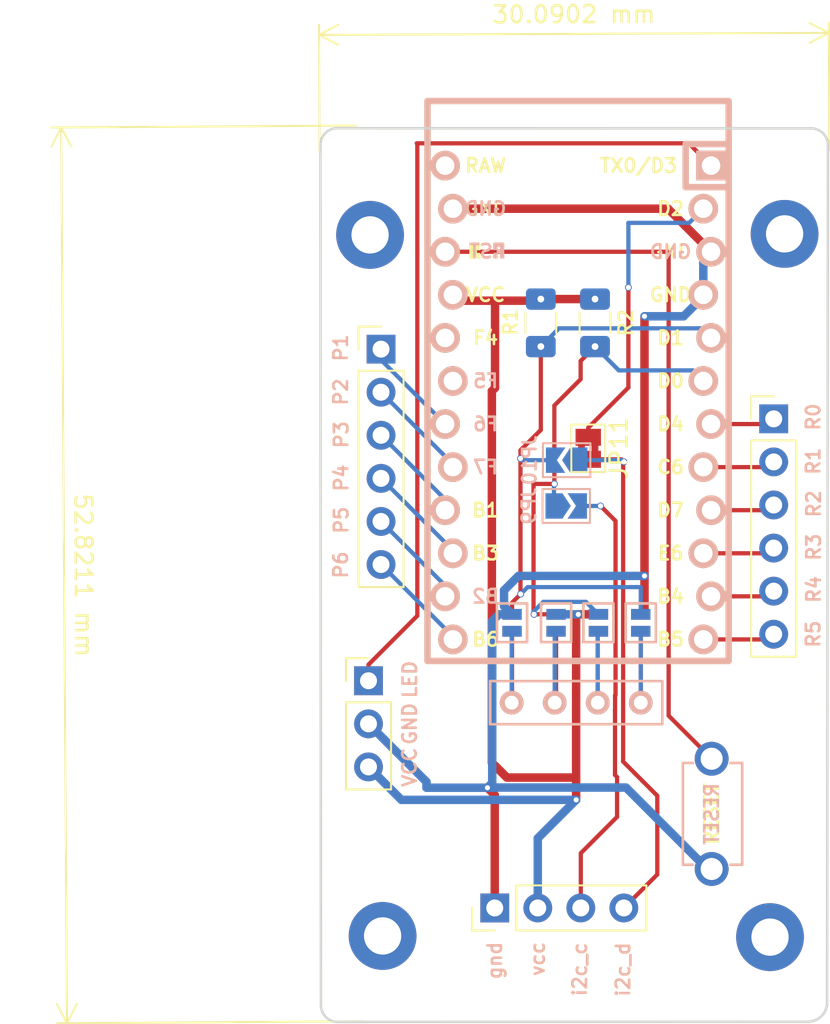
<source format=kicad_pcb>
(kicad_pcb (version 20211014) (generator pcbnew)
  (title_block (title "phoenix") (date "2022-12-31") (rev "v1.0.0") (company "Feencks"))
  (layers (0 "F.Cu" signal) (31 "B.Cu" signal) (34 "B.Paste" user) (35 "F.Paste" user) (36 "B.SilkS" user "B.Silkscreen") (37 "F.SilkS" user "F.Silkscreen") (38 "B.Mask" user) (39 "F.Mask" user) (44 "Edge.Cuts" user))
  (net 0 "")
  (net 1 "P1")
  (net 2 "GND")
  (net 3 "P2")
  (net 4 "P3")
  (net 5 "P4")
  (net 6 "P5")
  (net 7 "P6")
  (net 8 "VCC")
  (net 9 "LED")
  (net 10 "row0")
  (net 11 "row1")
  (net 12 "row2")
  (net 13 "row3")
  (net 14 "row4")
  (net 15 "data")
  (net 16 "SDA")
  (net 17 "SCL")
  (net 18 "RESET")
  (net 19 "Net-(J3-Pad1)")
  (net 20 "Net-(J3-Pad2)")
  (net 21 "Net-(J3-Pad3)")
  (net 22 "Net-(J3-Pad4)")
  (net 23 "/i2c_c")
  (net 24 "/i2c_d")
  (net 25 "ENCA")
  (net 26 "ENCB")
  (net 27 "row5")
  (footprint "SofleKeyboard-footprint:Jumper" (layer "F.Cu") (at 256.94 114.01481 90)
    (fp_text reference "JP3" hide)
    (fp_text value "Jumper_NO_Small" hide)
    (pad "1" smd rect locked (at -0.50038 0 90) (size 0.635 1.143) (layers "F.Cu" "F.Paste" "F.Mask") (net 20 "Net-(J3-Pad2)") (clearance 0.1905))
    (pad "2" smd rect locked (at 0.50038 0 90) (size 0.635 1.143) (layers "F.Cu" "F.Paste" "F.Mask") (net 8 "VCC") (clearance 0.1905))
  )
  (footprint "SofleKeyboard-footprint:R_1206_DoubleSided" (layer "F.Cu") (at 253.54 96.32481 -90)
    (fp_text reference "R1" (at -0.039272 1.798035 90) (layer "F.SilkS") (effects (font (size 0.8 0.8))))
    (fp_text value "R")
    (pad "1" thru_hole roundrect locked (at -1.4 0 270) (size 1.25 1.75) (drill 0.4) (layers F&B.Cu *.Mask) (roundrect_rratio 0.2) (net 8 "VCC"))
    (pad "1" smd roundrect locked (at -1.4 0 270) (size 1.25 1.75) (layers "B.Cu" "B.Paste" "B.Mask") (roundrect_rratio 0.2) (net 8 "VCC"))
    (pad "2" thru_hole roundrect locked (at 1.4 0 270) (size 1.25 1.75) (drill 0.4) (layers *.Cu *.Mask) (roundrect_rratio 0.2) (net 16 "SDA"))
    (pad "2" smd roundrect locked (at 1.4 0 270) (size 1.25 1.75) (layers "B.Cu" "B.Paste" "B.Mask") (roundrect_rratio 0.2) (net 16 "SDA"))
  )
  (footprint "SofleKeyboard-footprint:Jumper" (layer "F.Cu") (at 251.84 114.01481 90)
    (fp_text reference "JP1" hide)
    (fp_text value "Jumper_NO_Small" hide)
    (pad "1" smd rect locked (at -0.50038 0 90) (size 0.635 1.143) (layers "F.Cu" "F.Paste" "F.Mask") (net 22 "Net-(J3-Pad4)") (clearance 0.1905))
    (pad "2" smd rect locked (at 0.50038 0 90) (size 0.635 1.143) (layers "F.Cu" "F.Paste" "F.Mask") (net 16 "SDA") (clearance 0.1905))
  )
  (footprint "SofleKeyboard-footprint:R_1206_DoubleSided" (layer "F.Cu") (at 256.74 96.32481 -90)
    (fp_text reference "R2" (at 0 -1.82 90) (layer "F.SilkS") (effects (font (size 0.8 0.8))))
    (fp_text value "R")
    (pad "1" thru_hole roundrect locked (at -1.4 0 270) (size 1.25 1.75) (drill 0.4) (layers F&B.Cu *.Mask) (roundrect_rratio 0.2) (net 8 "VCC"))
    (pad "1" smd roundrect locked (at -1.4 0 270) (size 1.25 1.75) (layers "B.Cu" "B.Paste" "B.Mask") (roundrect_rratio 0.2) (net 8 "VCC"))
    (pad "2" thru_hole roundrect locked (at 1.4 0 270) (size 1.25 1.75) (drill 0.4) (layers *.Cu *.Mask) (roundrect_rratio 0.2) (net 17 "SCL"))
    (pad "2" smd roundrect locked (at 1.4 0 270) (size 1.25 1.75) (layers "B.Cu" "B.Paste" "B.Mask") (roundrect_rratio 0.2) (net 17 "SCL"))
  )
  (footprint "Connector_PinHeader_2.54mm:PinHeader_1x04_P2.54mm_Vertical" (layer "F.Cu") (at 250.82 130.83 90)
    (fp_text reference "REF**" hide)
    (fp_text value "PinHeader_1x04_P2.54mm_Vertical" hide)
    (pad "1" thru_hole rect (at 0 0 90) (size 1.7 1.7) (drill 1) (layers F&B.Cu *.Mask) (net 2 "GND"))
    (pad "2" thru_hole oval (at 0 2.54 90) (size 1.7 1.7) (drill 1) (layers F&B.Cu *.Mask) (net 8 "VCC"))
    (pad "3" thru_hole oval (at 0 5.08 90) (size 1.7 1.7) (drill 1) (layers F&B.Cu *.Mask) (net 23 "/i2c_c"))
    (pad "4" thru_hole oval (at 0 7.62 90) (size 1.7 1.7) (drill 1) (layers F&B.Cu *.Mask) (net 24 "/i2c_d"))
  )
  (footprint "clipboard:96af8100-1464-42f1-aae6-ff50987e6e0f" (layer "F.Cu") (at 245.9075 112.3775)
    (fp_text reference "" (at 0 0) (layer "F.SilkS") (effects (font (size 1.27 1.27))))
    (fp_text value "" (at 0 0) (layer "F.SilkS") (effects (font (size 1.27 1.27))))
    (pad "1" thru_hole rect (at -1.8 -14.5) (size 1.7 1.7) (drill 1) (layers F&B.Cu *.Mask) (net 1 "P1"))
    (pad "2" thru_hole oval (at -1.8 -11.96) (size 1.7 1.7) (drill 1) (layers F&B.Cu *.Mask) (net 3 "P2"))
    (pad "3" thru_hole oval (at -1.8 -9.42) (size 1.7 1.7) (drill 1) (layers F&B.Cu *.Mask) (net 4 "P3"))
    (pad "4" thru_hole oval (at -1.8 -6.88) (size 1.7 1.7) (drill 1) (layers F&B.Cu *.Mask) (net 5 "P4"))
    (pad "5" thru_hole oval (at -1.8 -4.34) (size 1.7 1.7) (drill 1) (layers F&B.Cu *.Mask) (net 6 "P5"))
    (pad "6" thru_hole oval (at -1.8 -1.8) (size 1.7 1.7) (drill 1) (layers F&B.Cu *.Mask) (net 7 "P6"))
  )
  (footprint "SofleKeyboard-footprint:Jumper" (layer "F.Cu") (at 254.44 114.01481 90)
    (fp_text reference "JP2" hide)
    (fp_text value "Jumper_NO_Small" hide)
    (pad "1" smd rect locked (at -0.50038 0 90) (size 0.635 1.143) (layers "F.Cu" "F.Paste" "F.Mask") (net 21 "Net-(J3-Pad3)") (clearance 0.1905))
    (pad "2" smd rect locked (at 0.50038 0 90) (size 0.635 1.143) (layers "F.Cu" "F.Paste" "F.Mask") (net 17 "SCL") (clearance 0.1905))
  )
  (footprint "SofleKeyboard-footprint:Jumper" (layer "F.Cu") (at 259.44 114.01481 90)
    (fp_text reference "JP4" hide)
    (fp_text value "Jumper_NO_Small" hide)
    (pad "1" smd rect locked (at -0.50038 0 90) (size 0.635 1.143) (layers "F.Cu" "F.Paste" "F.Mask") (net 19 "Net-(J3-Pad1)") (clearance 0.1905))
    (pad "2" smd rect locked (at 0.50038 0 90) (size 0.635 1.143) (layers "F.Cu" "F.Paste" "F.Mask") (net 2 "GND") (clearance 0.1905))
  )
  (footprint "clipboard:295c9c2a-a1cf-4c6b-8a89-5f5d398e086c" (layer "F.Cu") (at 245.1675 124.2825)
    (fp_text reference "" (at 0 0) (layer "F.SilkS") (effects (font (size 1.27 1.27))))
    (fp_text value "" (at 0 0) (layer "F.SilkS") (effects (font (size 1.27 1.27))))
    (pad "1" thru_hole rect (at -1.8 -6.85) (size 1.7 1.7) (drill 1) (layers F&B.Cu *.Mask) (net 9 "LED"))
    (pad "2" thru_hole oval (at -1.8 -4.31) (size 1.7 1.7) (drill 1) (layers F&B.Cu *.Mask) (net 2 "GND"))
    (pad "3" thru_hole oval (at -1.8 -1.77) (size 1.7 1.7) (drill 1) (layers F&B.Cu *.Mask) (net 8 "VCC"))
  )
  (footprint "Jumper:SolderJumper-2_P1.3mm_Bridged2Bar_Pad1.0x1.5mm" (layer "F.Cu") (at 256.34 103.72481 -90)
    (fp_text reference "JP11" (at 0 -1.8 90) (layer "F.SilkS"))
    (fp_text value "Serial")
    (fp_poly (pts (xy -0.25 -0.6) (xy 0.25 -0.6) (xy 0.25 -0.2) (xy -0.25 -0.2)) (layer "F.Cu") (width 0) (fill solid))
    (fp_poly (pts (xy -0.25 0.2) (xy 0.25 0.2) (xy 0.25 0.6) (xy -0.25 0.6)) (layer "F.Cu") (width 0) (fill solid))
    (pad "1" smd rect locked (at -0.65 0 270) (size 1 1.5) (layers "F.Cu" "F.Mask") (net 15 "data"))
    (pad "2" smd rect locked (at 0.65 0 270) (size 1 1.5) (layers "F.Cu" "F.Mask") (net 24 "/i2c_d"))
  )
  (footprint "" (layer "F.Cu") (at 267.93 91.08)
    (fp_text reference "" (at 0 0) (layer "F.SilkS") (effects (font (size 1.27 1.27))))
    (fp_text value "" (at 0 0) (layer "F.SilkS") (effects (font (size 1.27 1.27))))
    (pad "" thru_hole circle locked (at 0 0 180) (size 4 4) (drill 2.2) (layers F&B.Cu *.Mask "Dwgs.User"))
  )
  (footprint "clipboard:96af8100-1464-42f1-aae6-ff50987e6e0f" (layer "F.Cu") (at 269.0875 116.4875)
    (fp_text reference "" (at 0 0) (layer "F.SilkS") (effects (font (size 1.27 1.27))))
    (fp_text value "" (at 0 0) (layer "F.SilkS") (effects (font (size 1.27 1.27))))
    (pad "1" thru_hole rect (at -1.8 -14.5) (size 1.7 1.7) (drill 1) (layers F&B.Cu *.Mask) (net 10 "row0"))
    (pad "2" thru_hole oval (at -1.8 -11.96) (size 1.7 1.7) (drill 1) (layers F&B.Cu *.Mask) (net 11 "row1"))
    (pad "3" thru_hole oval (at -1.8 -9.42) (size 1.7 1.7) (drill 1) (layers F&B.Cu *.Mask) (net 12 "row2"))
    (pad "4" thru_hole oval (at -1.8 -6.88) (size 1.7 1.7) (drill 1) (layers F&B.Cu *.Mask) (net 13 "row3"))
    (pad "5" thru_hole oval (at -1.8 -4.34) (size 1.7 1.7) (drill 1) (layers F&B.Cu *.Mask) (net 14 "row4"))
    (pad "6" thru_hole oval (at -1.8 -1.8) (size 1.7 1.7) (drill 1) (layers F&B.Cu *.Mask) (net 27 "row5"))
  )
  (footprint "" (layer "F.Cu") (at 243.46 91.14)
    (fp_text reference "" (at 0 0) (layer "F.SilkS") (effects (font (size 1.27 1.27))))
    (fp_text value "" (at 0 0) (layer "F.SilkS") (effects (font (size 1.27 1.27))))
    (pad "" thru_hole circle locked (at 0 0 180) (size 4 4) (drill 2.2) (layers F&B.Cu *.Mask "Dwgs.User"))
  )
  (footprint "SofleKeyboard-footprint:Jumper" (layer "B.Cu") (at 259.44 114.01481 90)
    (fp_text reference "JP8" hide)
    (fp_text value "Jumper_NO_Small" hide)
    (pad "1" smd rect locked (at -0.50038 0 90) (size 0.635 1.143) (layers "B.Cu" "B.Paste" "B.Mask") (net 19 "Net-(J3-Pad1)") (clearance 0.1905))
    (pad "2" smd rect locked (at 0.50038 0 90) (size 0.635 1.143) (layers "B.Cu" "B.Paste" "B.Mask") (net 16 "SDA") (clearance 0.1905))
  )
  (footprint "SofleKeyboard-footprint:M2_HOLE_PCB" (layer "B.Cu") (at 244.2 132.48 180)
    (fp_text reference "TH1" hide)
    (fp_text value "HOLE" hide)
    (pad "" thru_hole circle locked (at 0 0 180) (size 4 4) (drill 2.2) (layers F&B.Cu *.Mask "Dwgs.User"))
  )
  (footprint "SofleKeyboard-footprint:TACT_SWITCH_TVBP06" (layer "B.Cu") (at 263.625 125.282 90)
    (fp_text reference "RSW1" hide)
    (fp_text value "SW_RST" hide)
    (fp_text user "RESET" (at 0 0 90) (layer "B.SilkS") (effects (font (size 0.8 0.8)) (justify mirror)))
    (fp_text user "RESET" (at 0 0 90) (layer "F.SilkS") (effects (font (size 0.8 0.8))))
    (pad "1" thru_hole circle locked (at -3.25 0 90) (size 2 2) (drill 1.3) (layers F&B.Cu *.Mask) (net 2 "GND"))
    (pad "2" thru_hole circle locked (at 3.25 0 90) (size 2 2) (drill 1.3) (layers *.Cu *.Mask) (net 18 "RESET"))
  )
  (footprint "SofleKeyboard-footprint:ArduinoProMicro-ZigZag-DoubleSided" (layer "B.Cu") (at 255.74 101.02481 -90)
    (fp_text reference "U1" hide)
    (fp_text value "ProMicro" hide)
    (fp_text user "F7" (at 3.81 5.461) (layer "B.SilkS") (effects (font (size 0.8 0.8)) (justify mirror)))
    (fp_text user "ST" (at -8.92 5.73312) (layer "B.SilkS") (effects (font (size 0.8 0.8)) (justify mirror)))
    (fp_text user "GND" (at -8.89 -5.461) (layer "B.SilkS") (effects (font (size 0.8 0.8)) (justify mirror)))
    (fp_text user "F7" (at 3.81 5.461) (layer "B.SilkS") (effects (font (size 0.8 0.8)) (justify mirror)))
    (fp_text user "F5" (at -1.27 5.461) (layer "B.SilkS") (effects (font (size 0.8 0.8)) (justify mirror)))
    (fp_text user "ST" (at -8.92 5.73312) (layer "B.SilkS") (effects (font (size 0.8 0.8)) (justify mirror)))
    (fp_text user "F6" (at 1.27 5.461) (layer "B.SilkS") (effects (font (size 0.8 0.8)) (justify mirror)))
    (fp_text user "F5" (at -1.27 5.461) (layer "B.SilkS") (effects (font (size 0.8 0.8)) (justify mirror)))
    (fp_text user "F6" (at 1.27 5.461) (layer "B.SilkS") (effects (font (size 0.8 0.8)) (justify mirror)))
    (fp_text user "B2" (at 11.43 5.461) (layer "B.SilkS") (effects (font (size 0.8 0.8)) (justify mirror)))
    (fp_text user "GND" (at -11.43 5.461) (layer "B.SilkS") (effects (font (size 0.8 0.8)) (justify mirror)))
    (fp_text user "B2" (at 11.43 5.461) (layer "B.SilkS") (effects (font (size 0.8 0.8)) (justify mirror)))
    (fp_text user "B5" (at 13.97 -5.461) (layer "F.SilkS") (effects (font (size 0.8 0.8))))
    (fp_text user "GND" (at -6.35 -5.461) (layer "F.SilkS") (effects (font (size 0.8 0.8))))
    (fp_text user "GND" (at -6.35 -5.461) (layer "F.SilkS") (effects (font (size 0.8 0.8))))
    (fp_text user "GND" (at -8.89 -5.461) (layer "F.SilkS") (effects (font (size 0.8 0.8))))
    (fp_text user "C6" (at 3.81 -5.461) (layer "F.SilkS") (effects (font (size 0.8 0.8))))
    (fp_text user "VCC" (at -6.35 5.461) (layer "F.SilkS") (effects (font (size 0.8 0.8))))
    (fp_text user "TX0/D3" (at -13.97 -3.571872) (layer "F.SilkS") (effects (font (size 0.8 0.8))))
    (fp_text user "D7" (at 6.35 -5.461) (layer "F.SilkS") (effects (font (size 0.8 0.8))))
    (fp_text user "D7" (at 6.35 -5.461) (layer "F.SilkS") (effects (font (size 0.8 0.8))))
    (fp_text user "RAW" (at -13.97 5.461) (layer "F.SilkS") (effects (font (size 0.8 0.8))))
    (fp_text user "D0" (at -1.27 -5.461) (layer "F.SilkS") (effects (font (size 0.8 0.8))))
    (fp_text user "RAW" (at -13.97 5.461) (layer "F.SilkS") (effects (font (size 0.8 0.8))))
    (fp_text user "B4" (at 11.43 -5.461) (layer "F.SilkS") (effects (font (size 0.8 0.8))))
    (fp_text user "F4" (at -3.81 5.461) (layer "F.SilkS") (effects (font (size 0.8 0.8))))
    (fp_text user "B1" (at 6.35 5.461) (layer "F.SilkS") (effects (font (size 0.8 0.8))))
    (fp_text user "E6" (at 8.89 -5.461) (layer "F.SilkS") (effects (font (size 0.8 0.8))))
    (fp_text user "D2" (at -11.43 -5.461) (layer "F.SilkS") (effects (font (size 0.8 0.8))))
    (fp_text user "C6" (at 3.81 -5.461) (layer "F.SilkS") (effects (font (size 0.8 0.8))))
    (fp_text user "D4" (at 1.27 -5.461) (layer "F.SilkS") (effects (font (size 0.8 0.8))))
    (fp_text user "B4" (at 11.43 -5.461) (layer "F.SilkS") (effects (font (size 0.8 0.8))))
    (fp_text user "D4" (at 1.27 -5.461) (layer "F.SilkS") (effects (font (size 0.8 0.8))))
    (fp_text user "D2" (at -11.43 -5.461) (layer "F.SilkS") (effects (font (size 0.8 0.8))))
    (fp_text user "B3" (at 8.89 5.461) (layer "F.SilkS") (effects (font (size 0.8 0.8))))
    (fp_text user "E6" (at 8.89 -5.461) (layer "F.SilkS") (effects (font (size 0.8 0.8))))
    (fp_text user "D1" (at -3.81 -5.461) (layer "F.SilkS") (effects (font (size 0.8 0.8))))
    (fp_text user "D1" (at -3.81 -5.461) (layer "F.SilkS") (effects (font (size 0.8 0.8))))
    (fp_text user "GND" (at -11.43 5.461) (layer "F.SilkS") (effects (font (size 0.8 0.8))))
    (fp_text user "F4" (at -3.81 5.461) (layer "F.SilkS") (effects (font (size 0.8 0.8))))
    (fp_text user "B3" (at 8.89 5.461) (layer "F.SilkS") (effects (font (size 0.8 0.8))))
    (fp_text user "B6" (at 13.97 5.461) (layer "F.SilkS") (effects (font (size 0.8 0.8))))
    (fp_text user "B6" (at 13.97 5.461) (layer "F.SilkS") (effects (font (size 0.8 0.8))))
    (fp_text user "D0" (at -1.27 -5.461) (layer "F.SilkS") (effects (font (size 0.8 0.8))))
    (fp_text user "B1" (at 6.35 5.461) (layer "F.SilkS") (effects (font (size 0.8 0.8))))
    (fp_text user "B5" (at 13.97 -5.461) (layer "F.SilkS") (effects (font (size 0.8 0.8))))
    (fp_text user "VCC" (at -6.35 5.461) (layer "F.SilkS") (effects (font (size 0.8 0.8))))
    (fp_text user "TX0/D3" (at -13.97 -3.571872) (layer "F.SilkS") (effects (font (size 0.8 0.8))))
    (pad "1" thru_hole rect locked (at -13.97 -7.8486 270) (size 1.7526 1.7526) (drill 1.0922) (layers *.Cu *.SilkS *.Mask) (net 9 "LED"))
    (pad "2" thru_hole circle locked (at -11.43 -7.3914 270) (size 1.7526 1.7526) (drill 1.0922) (layers *.Cu *.SilkS *.Mask) (net 15 "data"))
    (pad "3" thru_hole circle locked (at -8.89 -7.8486 270) (size 1.7526 1.7526) (drill 1.0922) (layers F&B.Cu *.SilkS *.Mask) (net 2 "GND"))
    (pad "4" thru_hole circle locked (at -6.35 -7.3914 270) (size 1.7526 1.7526) (drill 1.0922) (layers F&B.Cu *.SilkS *.Mask) (net 2 "GND"))
    (pad "5" thru_hole circle locked (at -3.81 -7.8486 270) (size 1.7526 1.7526) (drill 1.0922) (layers *.Cu *.SilkS *.Mask) (net 16 "SDA"))
    (pad "6" thru_hole circle locked (at -1.27 -7.3914 270) (size 1.7526 1.7526) (drill 1.0922) (layers *.Cu *.SilkS *.Mask) (net 17 "SCL"))
    (pad "7" thru_hole circle locked (at 1.27 -7.8486 270) (size 1.7526 1.7526) (drill 1.0922) (layers *.Cu *.SilkS *.Mask) (net 10 "row0"))
    (pad "8" thru_hole circle locked (at 3.81 -7.3914 270) (size 1.7526 1.7526) (drill 1.0922) (layers *.Cu *.SilkS *.Mask) (net 11 "row1"))
    (pad "9" thru_hole circle locked (at 6.35 -7.8486 270) (size 1.7526 1.7526) (drill 1.0922) (layers *.Cu *.SilkS *.Mask) (net 12 "row2"))
    (pad "10" thru_hole circle locked (at 8.89 -7.3914 270) (size 1.7526 1.7526) (drill 1.0922) (layers *.Cu *.SilkS *.Mask) (net 13 "row3"))
    (pad "11" thru_hole circle locked (at 11.43 -7.8486 270) (size 1.7526 1.7526) (drill 1.0922) (layers *.Cu *.SilkS *.Mask) (net 14 "row4"))
    (pad "12" thru_hole circle locked (at 13.97 -7.3914 270) (size 1.7526 1.7526) (drill 1.0922) (layers *.Cu *.SilkS *.Mask) (net 27 "row5"))
    (pad "13" thru_hole circle locked (at 13.97 7.3914 270) (size 1.7526 1.7526) (drill 1.0922) (layers *.Cu *.SilkS *.Mask) (net 7 "P6"))
    (pad "14" thru_hole circle locked (at 11.43 7.8486 270) (size 1.7526 1.7526) (drill 1.0922) (layers *.Cu *.SilkS *.Mask) (net 6 "P5"))
    (pad "15" thru_hole circle locked (at 8.89 7.3914 270) (size 1.7526 1.7526) (drill 1.0922) (layers *.Cu *.SilkS *.Mask) (net 5 "P4"))
    (pad "16" thru_hole circle locked (at 6.35 7.8486 270) (size 1.7526 1.7526) (drill 1.0922) (layers *.Cu *.SilkS *.Mask) (net 4 "P3"))
    (pad "17" thru_hole circle locked (at 3.81 7.3914 270) (size 1.7526 1.7526) (drill 1.0922) (layers *.Cu *.SilkS *.Mask) (net 3 "P2"))
    (pad "18" thru_hole circle locked (at 1.27 7.8486 270) (size 1.7526 1.7526) (drill 1.0922) (layers *.Cu *.SilkS *.Mask) (net 1 "P1"))
    (pad "19" thru_hole circle locked (at -1.27 7.3914 270) (size 1.7526 1.7526) (drill 1.0922) (layers *.Cu *.SilkS *.Mask) (net 26 "ENCB"))
    (pad "20" thru_hole circle locked (at -3.81 7.8486 270) (size 1.7526 1.7526) (drill 1.0922) (layers *.Cu *.SilkS *.Mask) (net 25 "ENCA"))
    (pad "21" thru_hole circle locked (at -6.35 7.3914 270) (size 1.7526 1.7526) (drill 1.0922) (layers F&B.Cu *.SilkS *.Mask) (net 8 "VCC"))
    (pad "22" thru_hole circle locked (at -8.89 7.8486 270) (size 1.7526 1.7526) (drill 1.0922) (layers *.Cu *.SilkS *.Mask) (net 18 "RESET"))
    (pad "23" thru_hole circle locked (at -11.43 7.3914 270) (size 1.7526 1.7526) (drill 1.0922) (layers F&B.Cu *.SilkS *.Mask) (net 2 "GND"))
    (pad "24" thru_hole circle locked (at -13.97 7.8486 270) (size 1.7526 1.7526) (drill 1.0922) (layers F&B.Cu *.SilkS *.Mask))
  )
  (footprint "Jumper:SolderJumper-2_P1.3mm_Open_TrianglePad1.0x1.5mm" (layer "B.Cu") (at 255.04 107.12481)
    (fp_text reference "JP9" (at -2.2 0 90) (layer "B.SilkS") (effects (font (size 0.8 0.8)) (justify mirror)))
    (fp_text value "I2CSCL")
    (pad "1" smd custom locked (at -0.725 0) (size 0.3 0.3) (layers "B.Cu" "B.Mask") (net 17 "SCL") (options (clearance outline) (anchor rect)) (primitives (gr_poly (pts (xy -0.5 0.75) (xy 0.5 0.75) (xy 1 0) (xy 0.5 -0.75) (xy -0.5 -0.75)) (width 0) (fill yes))))
    (pad "2" smd custom locked (at 0.725 0) (size 0.3 0.3) (layers "B.Cu" "B.Mask") (net 23 "/i2c_c") (options (clearance outline) (anchor rect)) (primitives (gr_poly (pts (xy -0.65 0.75) (xy 0.5 0.75) (xy 0.5 -0.75) (xy -0.65 -0.75) (xy -0.15 0)) (width 0) (fill yes))))
  )
  (footprint "Jumper:SolderJumper-2_P1.3mm_Open_TrianglePad1.0x1.5mm" (layer "B.Cu") (at 255.065 104.42481 180)
    (fp_text reference "JP10" (at 2.2 0 90) (layer "B.SilkS") (effects (font (size 0.8 0.8)) (justify mirror)))
    (fp_text value "IC2SDA")
    (pad "1" smd custom locked (at -0.725 0 180) (size 0.3 0.3) (layers "B.Cu" "B.Mask") (net 24 "/i2c_d") (options (clearance outline) (anchor rect)) (primitives (gr_poly (pts (xy -0.5 0.75) (xy 0.5 0.75) (xy 1 0) (xy 0.5 -0.75) (xy -0.5 -0.75)) (width 0) (fill yes))))
    (pad "2" smd custom locked (at 0.725 0 180) (size 0.3 0.3) (layers "B.Cu" "B.Mask") (net 16 "SDA") (options (clearance outline) (anchor rect)) (primitives (gr_poly (pts (xy -0.65 0.75) (xy 0.5 0.75) (xy 0.5 -0.75) (xy -0.65 -0.75) (xy -0.15 0)) (width 0) (fill yes))))
  )
  (footprint "SofleKeyboard-footprint:OLED_4Pin" (layer "B.Cu") (at 259.44 118.72481 180)
    (fp_text reference "J3" hide)
    (fp_text value "OLED" hide)
    (pad "1" thru_hole circle locked (at 0 0 180) (size 1.397 1.397) (drill 0.8128) (layers *.Cu *.Mask "B.SilkS") (net 19 "Net-(J3-Pad1)"))
    (pad "2" thru_hole circle locked (at 2.54 0 180) (size 1.397 1.397) (drill 0.8128) (layers *.Cu *.Mask "B.SilkS") (net 20 "Net-(J3-Pad2)"))
    (pad "3" thru_hole circle locked (at 5.08 0 180) (size 1.397 1.397) (drill 0.8128) (layers *.Cu *.Mask "B.SilkS") (net 21 "Net-(J3-Pad3)"))
    (pad "4" thru_hole circle locked (at 7.62 0 180) (size 1.397 1.397) (drill 0.8128) (layers *.Cu *.Mask "B.SilkS") (net 22 "Net-(J3-Pad4)"))
  )
  (footprint "SofleKeyboard-footprint:Jumper" (layer "B.Cu") (at 256.94 114.01481 90)
    (fp_text reference "JP7" hide)
    (fp_text value "Jumper_NO_Small" hide)
    (pad "1" smd rect locked (at -0.50038 0 90) (size 0.635 1.143) (layers "B.Cu" "B.Paste" "B.Mask") (net 20 "Net-(J3-Pad2)") (clearance 0.1905))
    (pad "2" smd rect locked (at 0.50038 0 90) (size 0.635 1.143) (layers "B.Cu" "B.Paste" "B.Mask") (net 17 "SCL") (clearance 0.1905))
  )
  (footprint "SofleKeyboard-footprint:Jumper" (layer "B.Cu") (at 251.84 114.01481 90)
    (fp_text reference "JP5" hide)
    (fp_text value "Jumper_NO_Small" hide)
    (pad "1" smd rect locked (at -0.50038 0 90) (size 0.635 1.143) (layers "B.Cu" "B.Paste" "B.Mask") (net 22 "Net-(J3-Pad4)") (clearance 0.1905))
    (pad "2" smd rect locked (at 0.50038 0 90) (size 0.635 1.143) (layers "B.Cu" "B.Paste" "B.Mask") (net 2 "GND") (clearance 0.1905))
  )
  (footprint "SofleKeyboard-footprint:M2_HOLE_PCB" (layer "B.Cu") (at 267.07 132.55 180)
    (fp_text reference "TH2" hide)
    (fp_text value "HOLE" hide)
    (pad "" thru_hole circle locked (at 0 0 180) (size 4 4) (drill 2.2) (layers F&B.Cu *.Mask "Dwgs.User"))
  )
  (footprint "SofleKeyboard-footprint:Jumper" (layer "B.Cu") (at 254.44 114.01481 90)
    (fp_text reference "JP6" hide)
    (fp_text value "Jumper_NO_Small" hide)
    (pad "1" smd rect locked (at -0.50038 0 90) (size 0.635 1.143) (layers "B.Cu" "B.Paste" "B.Mask") (net 21 "Net-(J3-Pad3)") (clearance 0.1905))
    (pad "2" smd rect locked (at 0.50038 0 90) (size 0.635 1.143) (layers "B.Cu" "B.Paste" "B.Mask") (net 8 "VCC") (clearance 0.1905))
  )
  (gr_line (start 269.45 84.86) (end 241.55 84.85) (layer "Edge.Cuts") (width 0.15))
  (gr_arc (start 269.45 84.86) (mid 270.194055 85.141502) (end 270.490013 85.879927) (layer "Edge.Cuts") (width 0.15))
  (gr_line (start 240.56 136.53) (end 240.530073 85.9) (layer "Edge.Cuts") (width 0.15))
  (gr_arc (start 240.530073 85.9) (mid 240.80788 85.149493) (end 241.55 84.85) (layer "Edge.Cuts") (width 0.15))
  (gr_arc (start 270.44 136.310073) (mid 270.15974 137.153146) (end 269.359987 137.540073) (layer "Edge.Cuts") (width 0.15))
  (gr_line (start 241.600013 137.549927) (end 269.359987 137.540073) (layer "Edge.Cuts") (width 0.15))
  (gr_line (start 270.44 136.310073) (end 270.490013 85.879927) (layer "Edge.Cuts") (width 0.15))
  (gr_arc (start 241.600013 137.549927) (mid 240.855993 137.268407) (end 240.56 136.53) (layer "Edge.Cuts") (width 0.15))
  (gr_text "R2" (at 269.65 107 90) (layer "B.SilkS") (effects (font (size 0.8 0.8))))
  (gr_text "R1" (at 269.62 104.48 90) (layer "B.SilkS") (effects (font (size 0.8 0.8))))
  (gr_text "P3" (at 241.76 102.92 90) (layer "B.SilkS") (effects (font (size 0.8 0.8))))
  (gr_text "P5" (at 241.76 107.96 90) (layer "B.SilkS") (effects (font (size 0.8 0.8))))
  (gr_text "R5" (at 269.62 114.68 90) (layer "B.SilkS") (effects (font (size 0.8 0.8))))
  (gr_text "R3" (at 269.65 109.55 90) (layer "B.SilkS") (effects (font (size 0.8 0.8))))
  (gr_text "vcc" (at 253.35 132.75 -270) (layer "B.SilkS") (effects (font (size 0.8 0.8)) (justify right)))
  (gr_text "P1" (at 241.73 97.8 90) (layer "B.SilkS") (effects (font (size 0.8 0.8))))
  (gr_text "i2c_d" (at 258.39 132.78 -270) (layer "B.SilkS") (effects (font (size 0.8 0.8)) (justify right)))
  (gr_text "P6" (at 241.73 110.6 90) (layer "B.SilkS") (effects (font (size 0.8 0.8))))
  (gr_text "i2c_c" (at 255.84 132.79 -270) (layer "B.SilkS") (effects (font (size 0.8 0.8)) (justify right)))
  (gr_text "gnd" (at 250.82 132.75 -270) (layer "B.SilkS") (effects (font (size 0.8 0.8)) (justify right)))
  (gr_text "VCC" (at 245.79 122.53 90) (layer "B.SilkS") (effects (font (size 0.8 0.8))))
  (gr_text "R0" (at 269.62 101.88 90) (layer "B.SilkS") (effects (font (size 0.8 0.8))))
  (gr_text "LED" (at 245.81 117.35 90) (layer "B.SilkS") (effects (font (size 0.8 0.8))))
  (gr_text "GND" (at 245.8 119.97 90) (layer "B.SilkS") (effects (font (size 0.8 0.8))))
  (gr_text "R4" (at 269.65 112.04 90) (layer "B.SilkS") (effects (font (size 0.8 0.8))))
  (gr_text "P4" (at 241.76 105.47 90) (layer "B.SilkS") (effects (font (size 0.8 0.8))))
  (gr_text "P2" (at 241.73 100.4 90) (layer "B.SilkS") (effects (font (size 0.8 0.8))))
  (gr_text "R3" (at 269.65 109.56 90) (layer "F.SilkS") (effects (font (size 0.8 0.8))))
  (gr_text "R1" (at 269.62 104.49 90) (layer "F.SilkS") (effects (font (size 0.8 0.8))))
  (gr_text "R4" (at 269.65 112.05 90) (layer "F.SilkS") (effects (font (size 0.8 0.8))))
  (gr_text "P5" (at 241.76 107.97 90) (layer "F.SilkS") (effects (font (size 0.8 0.8))))
  (gr_text "P4" (at 241.76 105.48 90) (layer "F.SilkS") (effects (font (size 0.8 0.8))))
  (gr_text "R2" (at 269.65 106.99 90) (layer "F.SilkS") (effects (font (size 0.8 0.8))))
  (gr_text "i2c_c" (at 255.85 132.79 -270) (layer "F.SilkS") (effects (font (size 0.8 0.8)) (justify right)))
  (gr_text "P2" (at 241.73 100.41 90) (layer "F.SilkS") (effects (font (size 0.8 0.8))))
  (gr_text "VCC" (at 245.79 122.54 90) (layer "F.SilkS") (effects (font (size 0.8 0.8))))
  (gr_text "gnd" (at 250.83 132.75 -270) (layer "F.SilkS") (effects (font (size 0.8 0.8)) (justify right)))
  (gr_text "P3" (at 241.76 102.91 90) (layer "F.SilkS") (effects (font (size 0.8 0.8))))
  (gr_text "vcc" (at 253.36 132.75 -270) (layer "F.SilkS") (effects (font (size 0.8 0.8)) (justify right)))
  (gr_text "R0" (at 269.62 101.87 90) (layer "F.SilkS") (effects (font (size 0.8 0.8))))
  (gr_text "P1" (at 241.73 97.79 90) (layer "F.SilkS") (effects (font (size 0.8 0.8))))
  (gr_text "R5" (at 269.62 114.69 90) (layer "F.SilkS") (effects (font (size 0.8 0.8))))
  (gr_text "i2c_d" (at 258.4 132.78 -270) (layer "F.SilkS") (effects (font (size 0.8 0.8)) (justify right)))
  (gr_text "LED" (at 245.81 117.36 90) (layer "F.SilkS") (effects (font (size 0.8 0.8))))
  (gr_text "GND" (at 245.8 119.98 90) (layer "F.SilkS") (effects (font (size 0.8 0.8))))
  (gr_text "P6" (at 241.73 110.61 90) (layer "F.SilkS") (effects (font (size 0.8 0.8))))
  (dimension (type aligned) (layer "F.SilkS") (pts (xy 243.16 84.69) (xy 243.5 137.51)) (height 17.931582) (gr_text "52,8211 mm" (at 226.548765 111.20802 270.3688053) (layer "F.SilkS") (effects (font (size 1 1) (thickness 0.15)))) (format (units 3) (units_format 1) (precision 4)) (style (thickness 0.12) (arrow_length 1.27) (text_position_mode 0) (extension_height 0.58642) (extension_offset 0.5) keep_text_aligned))
  (dimension (type aligned) (layer "F.SilkS") (pts (xy 240.48 86.75) (xy 270.57 86.63)) (height -7.403291) (gr_text "30,0902 mm" (at 255.49089 78.136777 0.2284964138) (layer "F.SilkS") (effects (font (size 1 1) (thickness 0.15)))) (format (units 3) (units_format 1) (precision 4)) (style (thickness 0.12) (arrow_length 1.27) (text_position_mode 0) (extension_height 0.58642) (extension_offset 0.5) keep_text_aligned))
  (segment (start 247.8914 102.29481) (end 247.47519 102.29481) (width 0.25) (layer "F.Cu") (net 1))
  (segment (start 244.1075 97.8775) (end 244.1075 98.51091) (width 0.25) (layer "B.Cu") (net 1))
  (segment (start 244.1075 98.51091) (end 247.8914 102.29481) (width 0.25) (layer "B.Cu") (net 1))
  (segment (start 259.66 113.29443) (end 259.44 113.51443) (width 0.5) (layer "F.Cu") (net 2))
  (segment (start 263.14481 94.67481) (end 263.19 94.72) (width 0.25) (layer "F.Cu") (net 2))
  (segment (start 259.66 111.25) (end 259.66 95.94) (width 0.5) (layer "F.Cu") (net 2))
  (segment (start 250.82 124.17) (end 250.82 130.83) (width 0.5) (layer "F.Cu") (net 2))
  (segment (start 259.66 111.25) (end 259.66 113.29443) (width 0.5) (layer "F.Cu") (net 2))
  (segment (start 261.0486 89.59481) (end 248.3486 89.59481) (width 0.5) (layer "F.Cu") (net 2))
  (segment (start 263.5886 92.13481) (end 261.0486 89.59481) (width 0.5) (layer "F.Cu") (net 2))
  (segment (start 263.1314 94.67481) (end 263.14481 94.67481) (width 0.25) (layer "F.Cu") (net 2))
  (segment (start 250.39 123.74) (end 250.82 124.17) (width 0.5) (layer "F.Cu") (net 2))
  (via (at 250.39 123.74) (size 0.4) (drill 0.3) (layers "F.Cu" "B.Cu") (net 2))
  (via (at 259.66 95.94) (size 0.4) (drill 0.3) (layers "F.Cu" "B.Cu") (net 2))
  (via (at 259.66 111.25) (size 0.4) (drill 0.3) (layers "F.Cu" "B.Cu") (net 2))
  (segment (start 251.37 112.1) (end 251.37 112.70981) (width 0.5) (layer "B.Cu") (net 2))
  (segment (start 263.1314 92.59201) (end 263.5886 92.13481) (width 0.5) (layer "B.Cu") (net 2))
  (segment (start 258.57 123.73) (end 263.372 128.532) (width 0.5) (layer "B.Cu") (net 2))
  (segment (start 250.39 123.74) (end 250.4 123.73) (width 0.5) (layer "B.Cu") (net 2))
  (segment (start 250.39 123.74) (end 250.6715 123.4585) (width 0.5) (layer "B.Cu") (net 2))
  (segment (start 250.6715 123.4585) (end 250.6715 113.91369) (width 0.5) (layer "B.Cu") (net 2))
  (segment (start 263.1314 94.67481) (end 263.1314 92.59201) (width 0.5) (layer "B.Cu") (net 2))
  (segment (start 263.372 128.532) (end 263.625 128.532) (width 0.5) (layer "B.Cu") (net 2))
  (segment (start 251.37 112.70981) (end 251.37 113.04443) (width 0.5) (layer "B.Cu") (net 2))
  (segment (start 259.66 95.94) (end 261.97 95.94) (width 0.5) (layer "B.Cu") (net 2))
  (segment (start 252.22 111.25) (end 251.37 112.1) (width 0.5) (layer "B.Cu") (net 2))
  (segment (start 246.79 123.395) (end 243.3675 119.9725) (width 0.5) (layer "B.Cu") (net 2))
  (segment (start 250.4 123.73) (end 258.57 123.73) (width 0.5) (layer "B.Cu") (net 2))
  (segment (start 259.66 111.25) (end 252.22 111.25) (width 0.5) (layer "B.Cu") (net 2))
  (segment (start 261.97 95.94) (end 263.19 94.72) (width 0.5) (layer "B.Cu") (net 2))
  (segment (start 250.81 123.74) (end 246.79 123.74) (width 0.5) (layer "B.Cu") (net 2))
  (segment (start 246.79 123.74) (end 246.79 123.395) (width 0.5) (layer "B.Cu") (net 2))
  (segment (start 251.07076 113.51443) (end 251.84 113.51443) (width 0.5) (layer "B.Cu") (net 2))
  (segment (start 250.6715 113.91369) (end 251.07076 113.51443) (width 0.5) (layer "B.Cu") (net 2))
  (segment (start 250.39 123.74) (end 250.81 123.74) (width 0.25) (layer "B.Cu") (net 2))
  (segment (start 251.37 113.04443) (end 251.84 113.51443) (width 0.5) (layer "B.Cu") (net 2))
  (segment (start 248.3486 104.83481) (end 248.3486 104.7086) (width 0.25) (layer "F.Cu") (net 3))
  (segment (start 244.1075 100.4175) (end 248.3486 104.6586) (width 0.25) (layer "B.Cu") (net 3))
  (segment (start 248.3486 104.6586) (end 248.3486 104.83481) (width 0.25) (layer "B.Cu") (net 3))
  (segment (start 244.4875 102.9575) (end 244.1075 102.9575) (width 0.25) (layer "F.Cu") (net 4))
  (segment (start 247.8914 106.7414) (end 247.8914 107.37481) (width 0.25) (layer "B.Cu") (net 4))
  (segment (start 244.1075 102.9575) (end 247.8914 106.7414) (width 0.25) (layer "B.Cu") (net 4))
  (segment (start 244.1075 105.4975) (end 248.3486 109.7386) (width 0.25) (layer "B.Cu") (net 5))
  (segment (start 248.3486 109.7386) (end 248.3486 109.91481) (width 0.25) (layer "B.Cu") (net 5))
  (segment (start 247.8914 111.8214) (end 247.8914 112.45481) (width 0.25) (layer "B.Cu") (net 6))
  (segment (start 244.1075 108.0375) (end 247.8914 111.8214) (width 0.25) (layer "B.Cu") (net 6))
  (segment (start 248.3486 114.99481) (end 248.27481 114.99481) (width 0.25) (layer "F.Cu") (net 7))
  (segment (start 244.1075 110.5775) (end 248.3486 114.8186) (width 0.25) (layer "B.Cu") (net 7))
  (segment (start 248.3486 114.8186) (end 248.3486 114.99481) (width 0.25) (layer "B.Cu") (net 7))
  (segment (start 253.54 94.92481) (end 256.74 94.92481) (width 0.5) (layer "F.Cu") (net 8))
  (segment (start 250.836499 100.162899) (end 250.836499 95.023501) (width 0.5) (layer "F.Cu") (net 8))
  (segment (start 255.75557 113.51443) (end 255.75 113.52) (width 0.25) (layer "F.Cu") (net 8))
  (segment (start 255.625 124.455) (end 255.625 123.185) (width 0.5) (layer "F.Cu") (net 8))
  (segment (start 251.535218 123.14) (end 250.836499 122.441281) (width 0.5) (layer "F.Cu") (net 8))
  (segment (start 250.65 100.349398) (end 250.65 122.254782) (width 0.5) (layer "F.Cu") (net 8))
  (segment (start 250.836499 100.162899) (end 250.887101 100.162899) (width 0.25) (layer "F.Cu") (net 8))
  (segment (start 250.84 95.02) (end 248.69379 95.02) (width 0.5) (layer "F.Cu") (net 8))
  (segment (start 253.54 94.92481) (end 253.44481 95.02) (width 0.5) (layer "F.Cu") (net 8))
  (segment (start 255.625 113.645) (end 255.75557 113.51443) (width 0.5) (layer "F.Cu") (net 8))
  (segment (start 255.625 123.185) (end 255.58 123.14) (width 0.5) (layer "F.Cu") (net 8))
  (segment (start 250.836499 100.162899) (end 250.65 100.349398) (width 0.5) (layer "F.Cu") (net 8))
  (segment (start 255.625 124.455) (end 255.625 113.645) (width 0.5) (layer "F.Cu") (net 8))
  (segment (start 250.887101 100.162899) (end 250.89 100.16) (width 0.25) (layer "F.Cu") (net 8))
  (segment (start 256.94 113.51443) (end 255.75557 113.51443) (width 0.5) (layer "F.Cu") (net 8))
  (segment (start 248.69379 95.02) (end 248.3486 94.67481) (width 0.5) (layer "F.Cu") (net 8))
  (segment (start 250.836499 95.023501) (end 250.84 95.02) (width 0.25) (layer "F.Cu") (net 8))
  (segment (start 253.44481 95.02) (end 250.84 95.02) (width 0.5) (layer "F.Cu") (net 8))
  (segment (start 250.836499 122.441281) (end 251.433719 123.038501) (width 0.5) (layer "F.Cu") (net 8))
  (segment (start 255.58 123.14) (end 251.535218 123.14) (width 0.5) (layer "F.Cu") (net 8))
  (segment (start 250.65 122.254782) (end 250.836499 122.441281) (width 0.5) (layer "F.Cu") (net 8))
  (via (at 255.75 113.52) (size 0.4) (drill 0.3) (layers "F.Cu" "B.Cu") (net 8))
  (via (at 255.625 124.455) (size 0.4) (drill 0.3) (layers "F.Cu" "B.Cu") (net 8))
  (segment (start 255.625 124.455) (end 253.36 126.72) (width 0.5) (layer "B.Cu") (net 8))
  (segment (start 245.31 124.455) (end 243.3675 122.5125) (width 0.5) (layer "B.Cu") (net 8))
  (segment (start 255.625 124.455) (end 245.31 124.455) (width 0.5) (layer "B.Cu") (net 8))
  (segment (start 255.74443 113.51443) (end 255.75 113.52) (width 0.25) (layer "B.Cu") (net 8))
  (segment (start 254.44 113.51443) (end 255.74443 113.51443) (width 0.5) (layer "B.Cu") (net 8))
  (segment (start 254.43962 113.51481) (end 254.44 113.51443) (width 0.25) (layer "B.Cu") (net 8))
  (segment (start 253.36 126.72) (end 253.36 130.83) (width 0.5) (layer "B.Cu") (net 8))
  (segment (start 262.27379 85.74) (end 263.5886 87.05481) (width 0.25) (layer "F.Cu") (net 9))
  (segment (start 246.22 85.74) (end 262.27379 85.74) (width 0.25) (layer "F.Cu") (net 9))
  (segment (start 246.25 113.6) (end 246.25 85.77) (width 0.25) (layer "F.Cu") (net 9))
  (segment (start 243.3675 116.4825) (end 246.25 113.6) (width 0.25) (layer "F.Cu") (net 9))
  (segment (start 243.3675 117.4325) (end 243.3675 116.4825) (width 0.25) (layer "F.Cu") (net 9))
  (segment (start 246.25 85.77) (end 246.22 85.74) (width 0.25) (layer "F.Cu") (net 9))
  (segment (start 263.5886 102.29481) (end 266.98019 102.29481) (width 0.25) (layer "F.Cu") (net 10))
  (segment (start 266.98019 102.29481) (end 267.2875 101.9875) (width 0.25) (layer "F.Cu") (net 10))
  (segment (start 263.1314 104.83481) (end 266.98019 104.83481) (width 0.25) (layer "F.Cu") (net 11))
  (segment (start 263.1314 104.83481) (end 263.46621 104.5) (width 0.25) (layer "F.Cu") (net 11))
  (segment (start 266.98019 104.83481) (end 267.2875 104.5275) (width 0.25) (layer "F.Cu") (net 11))
  (segment (start 266.98019 107.37481) (end 267.2875 107.0675) (width 0.25) (layer "F.Cu") (net 12))
  (segment (start 263.5886 107.37481) (end 266.98019 107.37481) (width 0.25) (layer "F.Cu") (net 12))
  (segment (start 263.5886 107.37481) (end 263.5886 107.069936) (width 0.25) (layer "B.Cu") (net 12))
  (segment (start 266.98019 109.91481) (end 267.2875 109.6075) (width 0.25) (layer "F.Cu") (net 13))
  (segment (start 263.1314 109.91481) (end 266.98019 109.91481) (width 0.25) (layer "F.Cu") (net 13))
  (segment (start 263.168794 109.91481) (end 263.168794 109.740545) (width 0.25) (layer "B.Cu") (net 13))
  (segment (start 263.1314 109.91481) (end 263.168794 109.91481) (width 0.25) (layer "B.Cu") (net 13))
  (segment (start 263.5886 112.45481) (end 266.98019 112.45481) (width 0.25) (layer "F.Cu") (net 14))
  (segment (start 266.98019 112.45481) (end 267.2875 112.1475) (width 0.25) (layer "F.Cu") (net 14))
  (segment (start 258.71 100.14) (end 256.34 102.51) (width 0.25) (layer "F.Cu") (net 15))
  (segment (start 256.34 102.51) (end 256.34 103.07481) (width 0.25) (layer "F.Cu") (net 15))
  (segment (start 258.71 94.23981) (end 258.71 100.14) (width 0.25) (layer "F.Cu") (net 15))
  (via (at 258.71 94.23981) (size 0.4) (drill 0.3) (layers "F.Cu" "B.Cu") (net 15))
  (segment (start 262.29621 90.43) (end 263.1314 89.59481) (width 0.25) (layer "B.Cu") (net 15))
  (segment (start 258.71 90.43) (end 262.29621 90.43) (width 0.25) (layer "B.Cu") (net 15))
  (segment (start 258.71 94.23981) (end 258.71 90.43) (width 0.25) (layer "B.Cu") (net 15))
  (segment (start 251.84 112.83) (end 252.35 112.32) (width 0.25) (layer "F.Cu") (net 16))
  (segment (start 253.54 102.64) (end 253.54 97.72481) (width 0.25) (layer "F.Cu") (net 16))
  (segment (start 252.34 112.31) (end 252.35 112.32) (width 0.25) (layer "F.Cu") (net 16))
  (segment (start 251.84 113.51443) (end 251.84 112.83) (width 0.25) (layer "F.Cu") (net 16))
  (segment (start 252.34 104.33) (end 252.34 103.84) (width 0.25) (layer "F.Cu") (net 16))
  (segment (start 252.34 104.33) (end 252.34 112.31) (width 0.25) (layer "F.Cu") (net 16))
  (segment (start 252.34 103.84) (end 253.54 102.64) (width 0.25) (layer "F.Cu") (net 16))
  (via (at 252.35 112.32) (size 0.4) (drill 0.3) (layers "F.Cu" "B.Cu") (net 16))
  (via (at 252.34 104.33) (size 0.4) (drill 0.3) (layers "F.Cu" "B.Cu") (net 16))
  (segment (start 252.76 111.91) (end 259.44 111.91) (width 0.25) (layer "B.Cu") (net 16))
  (segment (start 263.02379 96.65) (end 254.61481 96.65) (width 0.25) (layer "B.Cu") (net 16))
  (segment (start 263.5886 97.21481) (end 263.02379 96.65) (width 0.25) (layer "B.Cu") (net 16))
  (segment (start 252.35 112.32) (end 252.76 111.91) (width 0.25) (layer "B.Cu") (net 16))
  (segment (start 254.34 104.42481) (end 252.43481 104.42481) (width 0.25) (layer "B.Cu") (net 16))
  (segment (start 259.44 113.51443) (end 259.186 113.51443) (width 0.25) (layer "B.Cu") (net 16))
  (segment (start 259.44 111.91) (end 259.44 113.51443) (width 0.25) (layer "B.Cu") (net 16))
  (segment (start 254.61481 96.65) (end 253.54 97.72481) (width 0.25) (layer "B.Cu") (net 16))
  (segment (start 252.43481 104.42481) (end 252.34 104.33) (width 0.25) (layer "B.Cu") (net 16))
  (segment (start 252.34 112.31) (end 252.35 112.32) (width 0.25) (layer "B.Cu") (net 16))
  (segment (start 253.11 113.48481) (end 253.14 113.51481) (width 0.25) (layer "F.Cu") (net 17))
  (segment (start 254.34 101.2) (end 255.89 99.65) (width 0.25) (layer "F.Cu") (net 17))
  (segment (start 254.34 105.82481) (end 253.11519 105.82481) (width 0.25) (layer "F.Cu") (net 17))
  (segment (start 254.34 105.82481) (end 254.34 101.2) (width 0.25) (layer "F.Cu") (net 17))
  (segment (start 255.89 99.65) (end 255.89 98.57481) (width 0.25) (layer "F.Cu") (net 17))
  (segment (start 254.315 105.84981) (end 254.34 105.82481) (width 0.25) (layer "F.Cu") (net 17))
  (segment (start 253.11519 105.82481) (end 253.11 105.83) (width 0.25) (layer "F.Cu") (net 17))
  (segment (start 255.89 98.57481) (end 256.74 97.72481) (width 0.25) (layer "F.Cu") (net 17))
  (segment (start 253.14038 113.51443) (end 253.14 113.51481) (width 0.25) (layer "F.Cu") (net 17))
  (segment (start 254.44 113.51443) (end 253.14038 113.51443) (width 0.25) (layer "F.Cu") (net 17))
  (segment (start 253.11 105.83) (end 253.11 113.48481) (width 0.25) (layer "F.Cu") (net 17))
  (via (at 254.34 105.82481) (size 0.4) (drill 0.3) (layers "F.Cu" "B.Cu") (net 17))
  (via (at 253.14 113.51481) (size 0.4) (drill 0.3) (layers "F.Cu" "B.Cu") (net 17))
  (segment (start 256.74 97.72481) (end 258.14519 99.13) (width 0.25) (layer "B.Cu") (net 17))
  (segment (start 253.14 113.33) (end 253.69 112.78) (width 0.25) (layer "B.Cu") (net 17))
  (segment (start 253.69 112.78) (end 256.20557 112.78) (width 0.25) (layer "B.Cu") (net 17))
  (segment (start 262.50659 99.13) (end 263.1314 99.75481) (width 0.25) (layer "B.Cu") (net 17))
  (segment (start 254.315 105.84981) (end 254.34 105.82481) (width 0.25) (layer "B.Cu") (net 17))
  (segment (start 253.14 113.51481) (end 253.14 113.33) (width 0.25) (layer "B.Cu") (net 17))
  (segment (start 254.315 107.12481) (end 254.315 105.84981) (width 0.25) (layer "B.Cu") (net 17))
  (segment (start 258.14519 99.13) (end 262.50659 99.13) (width 0.25) (layer "B.Cu") (net 17))
  (segment (start 256.20557 112.78) (end 256.94 113.51443) (width 0.25) (layer "B.Cu") (net 17))
  (segment (start 247.8914 92.13481) (end 261.085 92.13481) (width 0.25) (layer "F.Cu") (net 18))
  (segment (start 261.085 119.492) (end 263.625 122.032) (width 0.25) (layer "F.Cu") (net 18))
  (segment (start 261.085 92.13481) (end 261.085 119.492) (width 0.25) (layer "F.Cu") (net 18))
  (segment (start 259.44 118.72481) (end 259.44 114.51519) (width 0.25) (layer "F.Cu") (net 19))
  (segment (start 259.44 118.72481) (end 259.44 114.51519) (width 0.25) (layer "B.Cu") (net 19))
  (segment (start 256.9 114.55519) (end 256.94 114.51519) (width 0.25) (layer "F.Cu") (net 20))
  (segment (start 256.9 118.72481) (end 256.9 114.55519) (width 0.25) (layer "F.Cu") (net 20))
  (segment (start 256.9 118.72481) (end 256.9 114.55519) (width 0.25) (layer "B.Cu") (net 20))
  (segment (start 256.9 114.55519) (end 256.94 114.51519) (width 0.25) (layer "B.Cu") (net 20))
  (segment (start 254.44 114.51519) (end 254.44 118.64481) (width 0.25) (layer "F.Cu") (net 21))
  (segment (start 254.44 118.64481) (end 254.36 118.72481) (width 0.25) (layer "F.Cu") (net 21))
  (segment (start 254.36 118.72481) (end 254.36 114.59519) (width 0.25) (layer "B.Cu") (net 21))
  (segment (start 254.36 114.59519) (end 254.44 114.51519) (width 0.25) (layer "B.Cu") (net 21))
  (segment (start 251.84 118.70481) (end 251.82 118.72481) (width 0.25) (layer "F.Cu") (net 22))
  (segment (start 251.84 114.51519) (end 251.84 118.70481) (width 0.25) (layer "F.Cu") (net 22))
  (segment (start 251.82 114.53519) (end 251.84 114.51519) (width 0.25) (layer "B.Cu") (net 22))
  (segment (start 251.82 118.72481) (end 251.82 114.53519) (width 0.25) (layer "B.Cu") (net 22))
  (segment (start 257.95 108.00962) (end 257.95 118.274362) (width 0.25) (layer "F.Cu") (net 23))
  (segment (start 257.92 119.152258) (end 257.92 122.99019) (width 0.25) (layer "F.Cu") (net 23))
  (segment (start 257.95 118.274362) (end 257.9235 118.300862) (width 0.25) (layer "F.Cu") (net 23))
  (segment (start 258.04181 123.11519) (end 258.04181 125.459039) (width 0.25) (layer "F.Cu") (net 23))
  (segment (start 257.92 122.99019) (end 258.045 123.11519) (width 0.25) (layer "F.Cu") (net 23))
  (segment (start 257.9235 119.148758) (end 257.92 119.152258) (width 0.25) (layer "F.Cu") (net 23))
  (segment (start 257.9235 118.300862) (end 257.9235 119.148758) (width 0.25) (layer "F.Cu") (net 23))
  (segment (start 258.04181 125.459039) (end 255.9 127.600849) (width 0.25) (layer "F.Cu") (net 23))
  (segment (start 255.9 127.600849) (end 255.9 130.83) (width 0.25) (layer "F.Cu") (net 23))
  (segment (start 257.06519 107.12481) (end 257.95 108.00962) (width 0.25) (layer "F.Cu") (net 23))
  (via (at 257.06519 107.12481) (size 0.4) (drill 0.3) (layers "F.Cu" "B.Cu") (net 23))
  (segment (start 257.06519 107.12481) (end 255.765 107.12481) (width 0.25) (layer "B.Cu") (net 23))
  (segment (start 258.4 104.56) (end 258.4 122.199782) (width 0.25) (layer "F.Cu") (net 24))
  (segment (start 260.415208 128.854792) (end 258.44 130.83) (width 0.25) (layer "F.Cu") (net 24))
  (segment (start 258.44 104.52) (end 258.4 104.56) (width 0.25) (layer "F.Cu") (net 24))
  (segment (start 258.29481 104.37481) (end 258.44 104.52) (width 0.25) (layer "F.Cu") (net 24))
  (segment (start 260.415208 124.21499) (end 260.415208 128.854792) (width 0.25) (layer "F.Cu") (net 24))
  (segment (start 258.4 122.199782) (end 260.415208 124.21499) (width 0.25) (layer "F.Cu") (net 24))
  (segment (start 256.34 104.37481) (end 258.29481 104.37481) (width 0.25) (layer "F.Cu") (net 24))
  (via (at 258.44 104.52) (size 0.4) (drill 0.3) (layers "F.Cu" "B.Cu") (net 24))
  (segment (start 258.34481 104.42481) (end 258.44 104.52) (width 0.25) (layer "B.Cu") (net 24))
  (segment (start 255.79 104.42481) (end 258.34481 104.42481) (width 0.25) (layer "B.Cu") (net 24))
  (segment (start 263.1314 114.99481) (end 266.98019 114.99481) (width 0.25) (layer "F.Cu") (net 27))
  (segment (start 266.98019 114.99481) (end 267.2875 114.6875) (width 0.25) (layer "F.Cu") (net 27))
)
</source>
